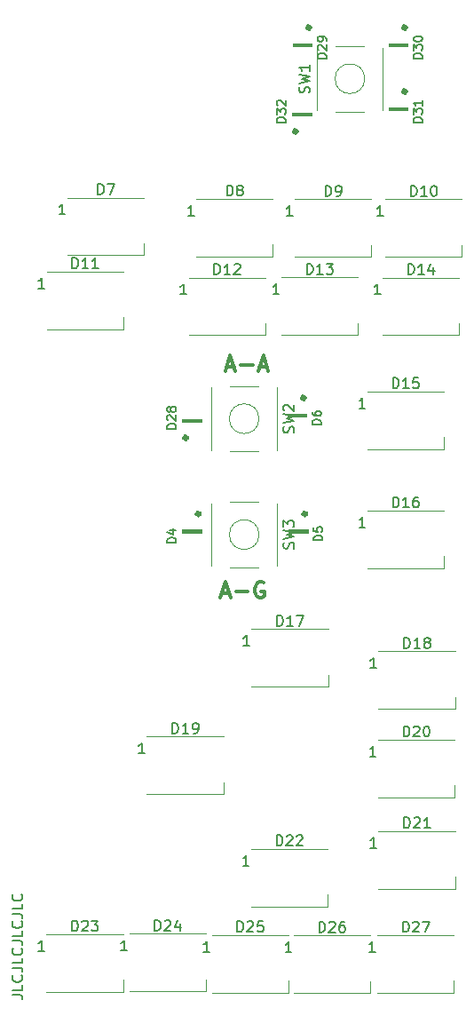
<source format=gbr>
G04 #@! TF.GenerationSoftware,KiCad,Pcbnew,(5.1.12-1-10_14)*
G04 #@! TF.CreationDate,2021-11-28T12:56:29+11:00*
G04 #@! TF.ProjectId,MasterModePushbuttonV2,4d617374-6572-44d6-9f64-655075736862,rev?*
G04 #@! TF.SameCoordinates,Original*
G04 #@! TF.FileFunction,Legend,Top*
G04 #@! TF.FilePolarity,Positive*
%FSLAX46Y46*%
G04 Gerber Fmt 4.6, Leading zero omitted, Abs format (unit mm)*
G04 Created by KiCad (PCBNEW (5.1.12-1-10_14)) date 2021-11-28 12:56:29*
%MOMM*%
%LPD*%
G01*
G04 APERTURE LIST*
%ADD10C,0.150000*%
%ADD11C,0.300000*%
%ADD12C,0.500000*%
%ADD13C,0.100000*%
%ADD14C,0.120000*%
G04 APERTURE END LIST*
D10*
X199062860Y-151244527D02*
X199777146Y-151244527D01*
X199920003Y-151292146D01*
X200015241Y-151387384D01*
X200062860Y-151530241D01*
X200062860Y-151625480D01*
X200062860Y-150292146D02*
X200062860Y-150768337D01*
X199062860Y-150768337D01*
X199967622Y-149387384D02*
X200015241Y-149435003D01*
X200062860Y-149577860D01*
X200062860Y-149673099D01*
X200015241Y-149815956D01*
X199920003Y-149911194D01*
X199824765Y-149958813D01*
X199634289Y-150006432D01*
X199491432Y-150006432D01*
X199300956Y-149958813D01*
X199205718Y-149911194D01*
X199110480Y-149815956D01*
X199062860Y-149673099D01*
X199062860Y-149577860D01*
X199110480Y-149435003D01*
X199158099Y-149387384D01*
X199062860Y-148673099D02*
X199777146Y-148673099D01*
X199920003Y-148720718D01*
X200015241Y-148815956D01*
X200062860Y-148958813D01*
X200062860Y-149054051D01*
X200062860Y-147720718D02*
X200062860Y-148196908D01*
X199062860Y-148196908D01*
X199967622Y-146815956D02*
X200015241Y-146863575D01*
X200062860Y-147006432D01*
X200062860Y-147101670D01*
X200015241Y-147244527D01*
X199920003Y-147339765D01*
X199824765Y-147387384D01*
X199634289Y-147435003D01*
X199491432Y-147435003D01*
X199300956Y-147387384D01*
X199205718Y-147339765D01*
X199110480Y-147244527D01*
X199062860Y-147101670D01*
X199062860Y-147006432D01*
X199110480Y-146863575D01*
X199158099Y-146815956D01*
X199062860Y-146101670D02*
X199777146Y-146101670D01*
X199920003Y-146149289D01*
X200015241Y-146244527D01*
X200062860Y-146387384D01*
X200062860Y-146482622D01*
X200062860Y-145149289D02*
X200062860Y-145625480D01*
X199062860Y-145625480D01*
X199967622Y-144244527D02*
X200015241Y-144292146D01*
X200062860Y-144435003D01*
X200062860Y-144530241D01*
X200015241Y-144673099D01*
X199920003Y-144768337D01*
X199824765Y-144815956D01*
X199634289Y-144863575D01*
X199491432Y-144863575D01*
X199300956Y-144815956D01*
X199205718Y-144768337D01*
X199110480Y-144673099D01*
X199062860Y-144530241D01*
X199062860Y-144435003D01*
X199110480Y-144292146D01*
X199158099Y-144244527D01*
X199062860Y-143530241D02*
X199777146Y-143530241D01*
X199920003Y-143577860D01*
X200015241Y-143673099D01*
X200062860Y-143815956D01*
X200062860Y-143911194D01*
X200062860Y-142577860D02*
X200062860Y-143054051D01*
X199062860Y-143054051D01*
X199967622Y-141673099D02*
X200015241Y-141720718D01*
X200062860Y-141863575D01*
X200062860Y-141958813D01*
X200015241Y-142101670D01*
X199920003Y-142196908D01*
X199824765Y-142244527D01*
X199634289Y-142292146D01*
X199491432Y-142292146D01*
X199300956Y-142244527D01*
X199205718Y-142196908D01*
X199110480Y-142101670D01*
X199062860Y-141958813D01*
X199062860Y-141863575D01*
X199110480Y-141720718D01*
X199158099Y-141673099D01*
D11*
X219059165Y-112969580D02*
X219773451Y-112969580D01*
X218916308Y-113398151D02*
X219416308Y-111898151D01*
X219916308Y-113398151D01*
X220416308Y-112826722D02*
X221559165Y-112826722D01*
X223059165Y-111969580D02*
X222916308Y-111898151D01*
X222702022Y-111898151D01*
X222487737Y-111969580D01*
X222344880Y-112112437D01*
X222273451Y-112255294D01*
X222202022Y-112541008D01*
X222202022Y-112755294D01*
X222273451Y-113041008D01*
X222344880Y-113183865D01*
X222487737Y-113326722D01*
X222702022Y-113398151D01*
X222844880Y-113398151D01*
X223059165Y-113326722D01*
X223130594Y-113255294D01*
X223130594Y-112755294D01*
X222844880Y-112755294D01*
X219519108Y-91351480D02*
X220233394Y-91351480D01*
X219376251Y-91780051D02*
X219876251Y-90280051D01*
X220376251Y-91780051D01*
X220876251Y-91208622D02*
X222019108Y-91208622D01*
X222661965Y-91351480D02*
X223376251Y-91351480D01*
X222519108Y-91780051D02*
X223019108Y-90280051D01*
X223519108Y-91780051D01*
D12*
X226942380Y-94344580D02*
G75*
G03*
X226942380Y-94344580I-100000J0D01*
G01*
D13*
G36*
X227142380Y-95844580D02*
G01*
X227142380Y-96144580D01*
X225342380Y-96144580D01*
X225342380Y-95844580D01*
X227142380Y-95844580D01*
G37*
X227142380Y-95844580D02*
X227142380Y-96144580D01*
X225342380Y-96144580D01*
X225342380Y-95844580D01*
X227142380Y-95844580D01*
D12*
X227069380Y-105393580D02*
G75*
G03*
X227069380Y-105393580I-100000J0D01*
G01*
D13*
G36*
X227269380Y-106893580D02*
G01*
X227269380Y-107193580D01*
X225469380Y-107193580D01*
X225469380Y-106893580D01*
X227269380Y-106893580D01*
G37*
X227269380Y-106893580D02*
X227269380Y-107193580D01*
X225469380Y-107193580D01*
X225469380Y-106893580D01*
X227269380Y-106893580D01*
D12*
X216909380Y-105393580D02*
G75*
G03*
X216909380Y-105393580I-100000J0D01*
G01*
D13*
G36*
X217109380Y-106893580D02*
G01*
X217109380Y-107193580D01*
X215309380Y-107193580D01*
X215309380Y-106893580D01*
X217109380Y-106893580D01*
G37*
X217109380Y-106893580D02*
X217109380Y-107193580D01*
X215309380Y-107193580D01*
X215309380Y-106893580D01*
X217109380Y-106893580D01*
D12*
X226186880Y-68934580D02*
G75*
G03*
X226186880Y-68934580I-100000J0D01*
G01*
D13*
G36*
X225786880Y-67434580D02*
G01*
X225786880Y-67134580D01*
X227586880Y-67134580D01*
X227586880Y-67434580D01*
X225786880Y-67434580D01*
G37*
X225786880Y-67434580D02*
X225786880Y-67134580D01*
X227586880Y-67134580D01*
X227586880Y-67434580D01*
X225786880Y-67434580D01*
D12*
X236594380Y-65134580D02*
G75*
G03*
X236594380Y-65134580I-100000J0D01*
G01*
D13*
G36*
X236794380Y-66634580D02*
G01*
X236794380Y-66934580D01*
X234994380Y-66934580D01*
X234994380Y-66634580D01*
X236794380Y-66634580D01*
G37*
X236794380Y-66634580D02*
X236794380Y-66934580D01*
X234994380Y-66934580D01*
X234994380Y-66634580D01*
X236794380Y-66634580D01*
D12*
X236594380Y-59038580D02*
G75*
G03*
X236594380Y-59038580I-100000J0D01*
G01*
D13*
G36*
X236794380Y-60538580D02*
G01*
X236794380Y-60838580D01*
X234994380Y-60838580D01*
X234994380Y-60538580D01*
X236794380Y-60538580D01*
G37*
X236794380Y-60538580D02*
X236794380Y-60838580D01*
X234994380Y-60838580D01*
X234994380Y-60538580D01*
X236794380Y-60538580D01*
D12*
X227450380Y-59038580D02*
G75*
G03*
X227450380Y-59038580I-100000J0D01*
G01*
D13*
G36*
X227650380Y-60538580D02*
G01*
X227650380Y-60838580D01*
X225850380Y-60838580D01*
X225850380Y-60538580D01*
X227650380Y-60538580D01*
G37*
X227650380Y-60538580D02*
X227650380Y-60838580D01*
X225850380Y-60838580D01*
X225850380Y-60538580D01*
X227650380Y-60538580D01*
D12*
X215709380Y-98144580D02*
G75*
G03*
X215709380Y-98144580I-100000J0D01*
G01*
D13*
G36*
X215309380Y-96644580D02*
G01*
X215309380Y-96344580D01*
X217109380Y-96344580D01*
X217109380Y-96644580D01*
X215309380Y-96644580D01*
G37*
X215309380Y-96644580D02*
X215309380Y-96344580D01*
X217109380Y-96344580D01*
X217109380Y-96644580D01*
X215309380Y-96644580D01*
D14*
X222612594Y-107368580D02*
G75*
G03*
X222612594Y-107368580I-1414214J0D01*
G01*
X218078380Y-104398580D02*
X218078380Y-110338580D01*
X224318380Y-104398580D02*
X224318380Y-110338580D01*
X219858380Y-104248580D02*
X222538380Y-104248580D01*
X222538380Y-110488580D02*
X219858380Y-110488580D01*
X222612594Y-96319580D02*
G75*
G03*
X222612594Y-96319580I-1414214J0D01*
G01*
X218078380Y-93349580D02*
X218078380Y-99289580D01*
X224318380Y-93349580D02*
X224318380Y-99289580D01*
X219858380Y-93199580D02*
X222538380Y-93199580D01*
X222538380Y-99439580D02*
X219858380Y-99439580D01*
X232700594Y-63911580D02*
G75*
G03*
X232700594Y-63911580I-1414214J0D01*
G01*
X234406380Y-66881580D02*
X234406380Y-60941580D01*
X228166380Y-66881580D02*
X228166380Y-60941580D01*
X232626380Y-67031580D02*
X229946380Y-67031580D01*
X229946380Y-60791580D02*
X232626380Y-60791580D01*
X241208000Y-151052000D02*
X241208000Y-149902000D01*
X233908000Y-151052000D02*
X241208000Y-151052000D01*
X233908000Y-145552000D02*
X241208000Y-145552000D01*
X233221000Y-151077000D02*
X233221000Y-149927000D01*
X225921000Y-151077000D02*
X233221000Y-151077000D01*
X225921000Y-145577000D02*
X233221000Y-145577000D01*
X225421000Y-151026000D02*
X225421000Y-149876000D01*
X218121000Y-151026000D02*
X225421000Y-151026000D01*
X218121000Y-145526000D02*
X225421000Y-145526000D01*
X217547000Y-150925000D02*
X217547000Y-149775000D01*
X210247000Y-150925000D02*
X217547000Y-150925000D01*
X210247000Y-145425000D02*
X217547000Y-145425000D01*
X209650000Y-150975000D02*
X209650000Y-149825000D01*
X202350000Y-150975000D02*
X209650000Y-150975000D01*
X202350000Y-145475000D02*
X209650000Y-145475000D01*
X229168000Y-142822000D02*
X229168000Y-141672000D01*
X221868000Y-142822000D02*
X229168000Y-142822000D01*
X221868000Y-137322000D02*
X229168000Y-137322000D01*
X241321000Y-141120000D02*
X241321000Y-139970000D01*
X234021000Y-141120000D02*
X241321000Y-141120000D01*
X234021000Y-135620000D02*
X241321000Y-135620000D01*
X241270000Y-132433000D02*
X241270000Y-131283000D01*
X233970000Y-132433000D02*
X241270000Y-132433000D01*
X233970000Y-126933000D02*
X241270000Y-126933000D01*
X219223000Y-132129000D02*
X219223000Y-130979000D01*
X211923000Y-132129000D02*
X219223000Y-132129000D01*
X211923000Y-126629000D02*
X219223000Y-126629000D01*
X241321000Y-124001000D02*
X241321000Y-122851000D01*
X234021000Y-124001000D02*
X241321000Y-124001000D01*
X234021000Y-118501000D02*
X241321000Y-118501000D01*
X229208000Y-121867000D02*
X229208000Y-120717000D01*
X221908000Y-121867000D02*
X229208000Y-121867000D01*
X221908000Y-116367000D02*
X229208000Y-116367000D01*
X240254000Y-110589000D02*
X240254000Y-109439000D01*
X232954000Y-110589000D02*
X240254000Y-110589000D01*
X232954000Y-105089000D02*
X240254000Y-105089000D01*
X240254000Y-99210300D02*
X240254000Y-98060300D01*
X232954000Y-99210300D02*
X240254000Y-99210300D01*
X232954000Y-93710300D02*
X240254000Y-93710300D01*
X241716000Y-88364700D02*
X241716000Y-87214700D01*
X234416000Y-88364700D02*
X241716000Y-88364700D01*
X234416000Y-82864700D02*
X241716000Y-82864700D01*
X232052000Y-88339100D02*
X232052000Y-87189100D01*
X224752000Y-88339100D02*
X232052000Y-88339100D01*
X224752000Y-82839100D02*
X232052000Y-82839100D01*
X223213000Y-88364700D02*
X223213000Y-87214700D01*
X215913000Y-88364700D02*
X223213000Y-88364700D01*
X215913000Y-82864700D02*
X223213000Y-82864700D01*
X209673000Y-87780300D02*
X209673000Y-86630300D01*
X202373000Y-87780300D02*
X209673000Y-87780300D01*
X202373000Y-82280300D02*
X209673000Y-82280300D01*
X241970000Y-80897100D02*
X241970000Y-79747100D01*
X234670000Y-80897100D02*
X241970000Y-80897100D01*
X234670000Y-75397100D02*
X241970000Y-75397100D01*
X233334000Y-80897100D02*
X233334000Y-79747100D01*
X226034000Y-80897100D02*
X233334000Y-80897100D01*
X226034000Y-75397100D02*
X233334000Y-75397100D01*
X223936000Y-80871500D02*
X223936000Y-79721500D01*
X216636000Y-80871500D02*
X223936000Y-80871500D01*
X216636000Y-75371500D02*
X223936000Y-75371500D01*
X211642000Y-80744700D02*
X211642000Y-79594700D01*
X204342000Y-80744700D02*
X211642000Y-80744700D01*
X204342000Y-75244700D02*
X211642000Y-75244700D01*
D10*
X228531903Y-96871960D02*
X227681903Y-96871960D01*
X227681903Y-96669580D01*
X227722380Y-96548151D01*
X227803332Y-96467199D01*
X227884284Y-96426722D01*
X228046189Y-96386246D01*
X228167618Y-96386246D01*
X228329522Y-96426722D01*
X228410475Y-96467199D01*
X228491427Y-96548151D01*
X228531903Y-96669580D01*
X228531903Y-96871960D01*
X227681903Y-95657675D02*
X227681903Y-95819580D01*
X227722380Y-95900532D01*
X227762856Y-95941008D01*
X227884284Y-96021960D01*
X228046189Y-96062437D01*
X228369999Y-96062437D01*
X228450951Y-96021960D01*
X228491427Y-95981484D01*
X228531903Y-95900532D01*
X228531903Y-95738627D01*
X228491427Y-95657675D01*
X228450951Y-95617199D01*
X228369999Y-95576722D01*
X228167618Y-95576722D01*
X228086665Y-95617199D01*
X228046189Y-95657675D01*
X228005713Y-95738627D01*
X228005713Y-95900532D01*
X228046189Y-95981484D01*
X228086665Y-96021960D01*
X228167618Y-96062437D01*
X228658903Y-107920960D02*
X227808903Y-107920960D01*
X227808903Y-107718580D01*
X227849380Y-107597151D01*
X227930332Y-107516199D01*
X228011284Y-107475722D01*
X228173189Y-107435246D01*
X228294618Y-107435246D01*
X228456522Y-107475722D01*
X228537475Y-107516199D01*
X228618427Y-107597151D01*
X228658903Y-107718580D01*
X228658903Y-107920960D01*
X227808903Y-106666199D02*
X227808903Y-107070960D01*
X228213665Y-107111437D01*
X228173189Y-107070960D01*
X228132713Y-106990008D01*
X228132713Y-106787627D01*
X228173189Y-106706675D01*
X228213665Y-106666199D01*
X228294618Y-106625722D01*
X228496999Y-106625722D01*
X228577951Y-106666199D01*
X228618427Y-106706675D01*
X228658903Y-106787627D01*
X228658903Y-106990008D01*
X228618427Y-107070960D01*
X228577951Y-107111437D01*
X214688903Y-108156960D02*
X213838903Y-108156960D01*
X213838903Y-107954580D01*
X213879380Y-107833151D01*
X213960332Y-107752199D01*
X214041284Y-107711722D01*
X214203189Y-107671246D01*
X214324618Y-107671246D01*
X214486522Y-107711722D01*
X214567475Y-107752199D01*
X214648427Y-107833151D01*
X214688903Y-107954580D01*
X214688903Y-108156960D01*
X214122237Y-106942675D02*
X214688903Y-106942675D01*
X213798427Y-107145056D02*
X214405570Y-107347437D01*
X214405570Y-106821246D01*
X225166403Y-68066722D02*
X224316403Y-68066722D01*
X224316403Y-67864341D01*
X224356880Y-67742913D01*
X224437832Y-67661960D01*
X224518784Y-67621484D01*
X224680689Y-67581008D01*
X224802118Y-67581008D01*
X224964022Y-67621484D01*
X225044975Y-67661960D01*
X225125927Y-67742913D01*
X225166403Y-67864341D01*
X225166403Y-68066722D01*
X224316403Y-67297675D02*
X224316403Y-66771484D01*
X224640213Y-67054818D01*
X224640213Y-66933389D01*
X224680689Y-66852437D01*
X224721165Y-66811960D01*
X224802118Y-66771484D01*
X225004499Y-66771484D01*
X225085451Y-66811960D01*
X225125927Y-66852437D01*
X225166403Y-66933389D01*
X225166403Y-67176246D01*
X225125927Y-67257199D01*
X225085451Y-67297675D01*
X224397356Y-66447675D02*
X224356880Y-66407199D01*
X224316403Y-66326246D01*
X224316403Y-66123865D01*
X224356880Y-66042913D01*
X224397356Y-66002437D01*
X224478308Y-65961960D01*
X224559260Y-65961960D01*
X224680689Y-66002437D01*
X225166403Y-66488151D01*
X225166403Y-65961960D01*
X238183903Y-68066722D02*
X237333903Y-68066722D01*
X237333903Y-67864341D01*
X237374380Y-67742913D01*
X237455332Y-67661960D01*
X237536284Y-67621484D01*
X237698189Y-67581008D01*
X237819618Y-67581008D01*
X237981522Y-67621484D01*
X238062475Y-67661960D01*
X238143427Y-67742913D01*
X238183903Y-67864341D01*
X238183903Y-68066722D01*
X237333903Y-67297675D02*
X237333903Y-66771484D01*
X237657713Y-67054818D01*
X237657713Y-66933389D01*
X237698189Y-66852437D01*
X237738665Y-66811960D01*
X237819618Y-66771484D01*
X238021999Y-66771484D01*
X238102951Y-66811960D01*
X238143427Y-66852437D01*
X238183903Y-66933389D01*
X238183903Y-67176246D01*
X238143427Y-67257199D01*
X238102951Y-67297675D01*
X238183903Y-65961960D02*
X238183903Y-66447675D01*
X238183903Y-66204818D02*
X237333903Y-66204818D01*
X237455332Y-66285770D01*
X237536284Y-66366722D01*
X237576760Y-66447675D01*
X238183903Y-61970722D02*
X237333903Y-61970722D01*
X237333903Y-61768341D01*
X237374380Y-61646913D01*
X237455332Y-61565960D01*
X237536284Y-61525484D01*
X237698189Y-61485008D01*
X237819618Y-61485008D01*
X237981522Y-61525484D01*
X238062475Y-61565960D01*
X238143427Y-61646913D01*
X238183903Y-61768341D01*
X238183903Y-61970722D01*
X237333903Y-61201675D02*
X237333903Y-60675484D01*
X237657713Y-60958818D01*
X237657713Y-60837389D01*
X237698189Y-60756437D01*
X237738665Y-60715960D01*
X237819618Y-60675484D01*
X238021999Y-60675484D01*
X238102951Y-60715960D01*
X238143427Y-60756437D01*
X238183903Y-60837389D01*
X238183903Y-61080246D01*
X238143427Y-61161199D01*
X238102951Y-61201675D01*
X237333903Y-60149294D02*
X237333903Y-60068341D01*
X237374380Y-59987389D01*
X237414856Y-59946913D01*
X237495808Y-59906437D01*
X237657713Y-59865960D01*
X237860094Y-59865960D01*
X238021999Y-59906437D01*
X238102951Y-59946913D01*
X238143427Y-59987389D01*
X238183903Y-60068341D01*
X238183903Y-60149294D01*
X238143427Y-60230246D01*
X238102951Y-60270722D01*
X238021999Y-60311199D01*
X237860094Y-60351675D01*
X237657713Y-60351675D01*
X237495808Y-60311199D01*
X237414856Y-60270722D01*
X237374380Y-60230246D01*
X237333903Y-60149294D01*
X229039903Y-61970722D02*
X228189903Y-61970722D01*
X228189903Y-61768341D01*
X228230380Y-61646913D01*
X228311332Y-61565960D01*
X228392284Y-61525484D01*
X228554189Y-61485008D01*
X228675618Y-61485008D01*
X228837522Y-61525484D01*
X228918475Y-61565960D01*
X228999427Y-61646913D01*
X229039903Y-61768341D01*
X229039903Y-61970722D01*
X228270856Y-61161199D02*
X228230380Y-61120722D01*
X228189903Y-61039770D01*
X228189903Y-60837389D01*
X228230380Y-60756437D01*
X228270856Y-60715960D01*
X228351808Y-60675484D01*
X228432760Y-60675484D01*
X228554189Y-60715960D01*
X229039903Y-61201675D01*
X229039903Y-60675484D01*
X229039903Y-60270722D02*
X229039903Y-60108818D01*
X228999427Y-60027865D01*
X228958951Y-59987389D01*
X228837522Y-59906437D01*
X228675618Y-59865960D01*
X228351808Y-59865960D01*
X228270856Y-59906437D01*
X228230380Y-59946913D01*
X228189903Y-60027865D01*
X228189903Y-60189770D01*
X228230380Y-60270722D01*
X228270856Y-60311199D01*
X228351808Y-60351675D01*
X228554189Y-60351675D01*
X228635141Y-60311199D01*
X228675618Y-60270722D01*
X228716094Y-60189770D01*
X228716094Y-60027865D01*
X228675618Y-59946913D01*
X228635141Y-59906437D01*
X228554189Y-59865960D01*
X214688903Y-97276722D02*
X213838903Y-97276722D01*
X213838903Y-97074341D01*
X213879380Y-96952913D01*
X213960332Y-96871960D01*
X214041284Y-96831484D01*
X214203189Y-96791008D01*
X214324618Y-96791008D01*
X214486522Y-96831484D01*
X214567475Y-96871960D01*
X214648427Y-96952913D01*
X214688903Y-97074341D01*
X214688903Y-97276722D01*
X213919856Y-96467199D02*
X213879380Y-96426722D01*
X213838903Y-96345770D01*
X213838903Y-96143389D01*
X213879380Y-96062437D01*
X213919856Y-96021960D01*
X214000808Y-95981484D01*
X214081760Y-95981484D01*
X214203189Y-96021960D01*
X214688903Y-96507675D01*
X214688903Y-95981484D01*
X214203189Y-95495770D02*
X214162713Y-95576722D01*
X214122237Y-95617199D01*
X214041284Y-95657675D01*
X214000808Y-95657675D01*
X213919856Y-95617199D01*
X213879380Y-95576722D01*
X213838903Y-95495770D01*
X213838903Y-95333865D01*
X213879380Y-95252913D01*
X213919856Y-95212437D01*
X214000808Y-95171960D01*
X214041284Y-95171960D01*
X214122237Y-95212437D01*
X214162713Y-95252913D01*
X214203189Y-95333865D01*
X214203189Y-95495770D01*
X214243665Y-95576722D01*
X214284141Y-95617199D01*
X214365094Y-95657675D01*
X214526999Y-95657675D01*
X214607951Y-95617199D01*
X214648427Y-95576722D01*
X214688903Y-95495770D01*
X214688903Y-95333865D01*
X214648427Y-95252913D01*
X214607951Y-95212437D01*
X214526999Y-95171960D01*
X214365094Y-95171960D01*
X214284141Y-95212437D01*
X214243665Y-95252913D01*
X214203189Y-95333865D01*
X225903141Y-108701913D02*
X225950760Y-108559056D01*
X225950760Y-108320960D01*
X225903141Y-108225722D01*
X225855522Y-108178103D01*
X225760284Y-108130484D01*
X225665046Y-108130484D01*
X225569808Y-108178103D01*
X225522189Y-108225722D01*
X225474570Y-108320960D01*
X225426951Y-108511437D01*
X225379332Y-108606675D01*
X225331713Y-108654294D01*
X225236475Y-108701913D01*
X225141237Y-108701913D01*
X225045999Y-108654294D01*
X224998380Y-108606675D01*
X224950760Y-108511437D01*
X224950760Y-108273341D01*
X224998380Y-108130484D01*
X224950760Y-107797151D02*
X225950760Y-107559056D01*
X225236475Y-107368580D01*
X225950760Y-107178103D01*
X224950760Y-106940008D01*
X224950760Y-106654294D02*
X224950760Y-106035246D01*
X225331713Y-106368580D01*
X225331713Y-106225722D01*
X225379332Y-106130484D01*
X225426951Y-106082865D01*
X225522189Y-106035246D01*
X225760284Y-106035246D01*
X225855522Y-106082865D01*
X225903141Y-106130484D01*
X225950760Y-106225722D01*
X225950760Y-106511437D01*
X225903141Y-106606675D01*
X225855522Y-106654294D01*
X225903141Y-97652913D02*
X225950760Y-97510056D01*
X225950760Y-97271960D01*
X225903141Y-97176722D01*
X225855522Y-97129103D01*
X225760284Y-97081484D01*
X225665046Y-97081484D01*
X225569808Y-97129103D01*
X225522189Y-97176722D01*
X225474570Y-97271960D01*
X225426951Y-97462437D01*
X225379332Y-97557675D01*
X225331713Y-97605294D01*
X225236475Y-97652913D01*
X225141237Y-97652913D01*
X225045999Y-97605294D01*
X224998380Y-97557675D01*
X224950760Y-97462437D01*
X224950760Y-97224341D01*
X224998380Y-97081484D01*
X224950760Y-96748151D02*
X225950760Y-96510056D01*
X225236475Y-96319580D01*
X225950760Y-96129103D01*
X224950760Y-95891008D01*
X225045999Y-95557675D02*
X224998380Y-95510056D01*
X224950760Y-95414818D01*
X224950760Y-95176722D01*
X224998380Y-95081484D01*
X225045999Y-95033865D01*
X225141237Y-94986246D01*
X225236475Y-94986246D01*
X225379332Y-95033865D01*
X225950760Y-95605294D01*
X225950760Y-94986246D01*
X227391141Y-65244913D02*
X227438760Y-65102056D01*
X227438760Y-64863960D01*
X227391141Y-64768722D01*
X227343522Y-64721103D01*
X227248284Y-64673484D01*
X227153046Y-64673484D01*
X227057808Y-64721103D01*
X227010189Y-64768722D01*
X226962570Y-64863960D01*
X226914951Y-65054437D01*
X226867332Y-65149675D01*
X226819713Y-65197294D01*
X226724475Y-65244913D01*
X226629237Y-65244913D01*
X226533999Y-65197294D01*
X226486380Y-65149675D01*
X226438760Y-65054437D01*
X226438760Y-64816341D01*
X226486380Y-64673484D01*
X226438760Y-64340151D02*
X227438760Y-64102056D01*
X226724475Y-63911580D01*
X227438760Y-63721103D01*
X226438760Y-63483008D01*
X227438760Y-62578246D02*
X227438760Y-63149675D01*
X227438760Y-62863960D02*
X226438760Y-62863960D01*
X226581618Y-62959199D01*
X226676856Y-63054437D01*
X226724475Y-63149675D01*
X236343714Y-145254380D02*
X236343714Y-144254380D01*
X236581809Y-144254380D01*
X236724666Y-144302000D01*
X236819904Y-144397238D01*
X236867523Y-144492476D01*
X236915142Y-144682952D01*
X236915142Y-144825809D01*
X236867523Y-145016285D01*
X236819904Y-145111523D01*
X236724666Y-145206761D01*
X236581809Y-145254380D01*
X236343714Y-145254380D01*
X237296095Y-144349619D02*
X237343714Y-144302000D01*
X237438952Y-144254380D01*
X237677047Y-144254380D01*
X237772285Y-144302000D01*
X237819904Y-144349619D01*
X237867523Y-144444857D01*
X237867523Y-144540095D01*
X237819904Y-144682952D01*
X237248476Y-145254380D01*
X237867523Y-145254380D01*
X238200857Y-144254380D02*
X238867523Y-144254380D01*
X238438952Y-145254380D01*
X233693714Y-147154380D02*
X233122285Y-147154380D01*
X233408000Y-147154380D02*
X233408000Y-146154380D01*
X233312761Y-146297238D01*
X233217523Y-146392476D01*
X233122285Y-146440095D01*
X228356714Y-145279380D02*
X228356714Y-144279380D01*
X228594809Y-144279380D01*
X228737666Y-144327000D01*
X228832904Y-144422238D01*
X228880523Y-144517476D01*
X228928142Y-144707952D01*
X228928142Y-144850809D01*
X228880523Y-145041285D01*
X228832904Y-145136523D01*
X228737666Y-145231761D01*
X228594809Y-145279380D01*
X228356714Y-145279380D01*
X229309095Y-144374619D02*
X229356714Y-144327000D01*
X229451952Y-144279380D01*
X229690047Y-144279380D01*
X229785285Y-144327000D01*
X229832904Y-144374619D01*
X229880523Y-144469857D01*
X229880523Y-144565095D01*
X229832904Y-144707952D01*
X229261476Y-145279380D01*
X229880523Y-145279380D01*
X230737666Y-144279380D02*
X230547190Y-144279380D01*
X230451952Y-144327000D01*
X230404333Y-144374619D01*
X230309095Y-144517476D01*
X230261476Y-144707952D01*
X230261476Y-145088904D01*
X230309095Y-145184142D01*
X230356714Y-145231761D01*
X230451952Y-145279380D01*
X230642428Y-145279380D01*
X230737666Y-145231761D01*
X230785285Y-145184142D01*
X230832904Y-145088904D01*
X230832904Y-144850809D01*
X230785285Y-144755571D01*
X230737666Y-144707952D01*
X230642428Y-144660333D01*
X230451952Y-144660333D01*
X230356714Y-144707952D01*
X230309095Y-144755571D01*
X230261476Y-144850809D01*
X225706714Y-147179380D02*
X225135285Y-147179380D01*
X225421000Y-147179380D02*
X225421000Y-146179380D01*
X225325761Y-146322238D01*
X225230523Y-146417476D01*
X225135285Y-146465095D01*
X220556714Y-145228380D02*
X220556714Y-144228380D01*
X220794809Y-144228380D01*
X220937666Y-144276000D01*
X221032904Y-144371238D01*
X221080523Y-144466476D01*
X221128142Y-144656952D01*
X221128142Y-144799809D01*
X221080523Y-144990285D01*
X221032904Y-145085523D01*
X220937666Y-145180761D01*
X220794809Y-145228380D01*
X220556714Y-145228380D01*
X221509095Y-144323619D02*
X221556714Y-144276000D01*
X221651952Y-144228380D01*
X221890047Y-144228380D01*
X221985285Y-144276000D01*
X222032904Y-144323619D01*
X222080523Y-144418857D01*
X222080523Y-144514095D01*
X222032904Y-144656952D01*
X221461476Y-145228380D01*
X222080523Y-145228380D01*
X222985285Y-144228380D02*
X222509095Y-144228380D01*
X222461476Y-144704571D01*
X222509095Y-144656952D01*
X222604333Y-144609333D01*
X222842428Y-144609333D01*
X222937666Y-144656952D01*
X222985285Y-144704571D01*
X223032904Y-144799809D01*
X223032904Y-145037904D01*
X222985285Y-145133142D01*
X222937666Y-145180761D01*
X222842428Y-145228380D01*
X222604333Y-145228380D01*
X222509095Y-145180761D01*
X222461476Y-145133142D01*
X217906714Y-147128380D02*
X217335285Y-147128380D01*
X217621000Y-147128380D02*
X217621000Y-146128380D01*
X217525761Y-146271238D01*
X217430523Y-146366476D01*
X217335285Y-146414095D01*
X212682714Y-145127380D02*
X212682714Y-144127380D01*
X212920809Y-144127380D01*
X213063666Y-144175000D01*
X213158904Y-144270238D01*
X213206523Y-144365476D01*
X213254142Y-144555952D01*
X213254142Y-144698809D01*
X213206523Y-144889285D01*
X213158904Y-144984523D01*
X213063666Y-145079761D01*
X212920809Y-145127380D01*
X212682714Y-145127380D01*
X213635095Y-144222619D02*
X213682714Y-144175000D01*
X213777952Y-144127380D01*
X214016047Y-144127380D01*
X214111285Y-144175000D01*
X214158904Y-144222619D01*
X214206523Y-144317857D01*
X214206523Y-144413095D01*
X214158904Y-144555952D01*
X213587476Y-145127380D01*
X214206523Y-145127380D01*
X215063666Y-144460714D02*
X215063666Y-145127380D01*
X214825571Y-144079761D02*
X214587476Y-144794047D01*
X215206523Y-144794047D01*
X210032714Y-147027380D02*
X209461285Y-147027380D01*
X209747000Y-147027380D02*
X209747000Y-146027380D01*
X209651761Y-146170238D01*
X209556523Y-146265476D01*
X209461285Y-146313095D01*
X204785714Y-145177380D02*
X204785714Y-144177380D01*
X205023809Y-144177380D01*
X205166666Y-144225000D01*
X205261904Y-144320238D01*
X205309523Y-144415476D01*
X205357142Y-144605952D01*
X205357142Y-144748809D01*
X205309523Y-144939285D01*
X205261904Y-145034523D01*
X205166666Y-145129761D01*
X205023809Y-145177380D01*
X204785714Y-145177380D01*
X205738095Y-144272619D02*
X205785714Y-144225000D01*
X205880952Y-144177380D01*
X206119047Y-144177380D01*
X206214285Y-144225000D01*
X206261904Y-144272619D01*
X206309523Y-144367857D01*
X206309523Y-144463095D01*
X206261904Y-144605952D01*
X205690476Y-145177380D01*
X206309523Y-145177380D01*
X206642857Y-144177380D02*
X207261904Y-144177380D01*
X206928571Y-144558333D01*
X207071428Y-144558333D01*
X207166666Y-144605952D01*
X207214285Y-144653571D01*
X207261904Y-144748809D01*
X207261904Y-144986904D01*
X207214285Y-145082142D01*
X207166666Y-145129761D01*
X207071428Y-145177380D01*
X206785714Y-145177380D01*
X206690476Y-145129761D01*
X206642857Y-145082142D01*
X202135714Y-147077380D02*
X201564285Y-147077380D01*
X201850000Y-147077380D02*
X201850000Y-146077380D01*
X201754761Y-146220238D01*
X201659523Y-146315476D01*
X201564285Y-146363095D01*
X224303714Y-137024380D02*
X224303714Y-136024380D01*
X224541809Y-136024380D01*
X224684666Y-136072000D01*
X224779904Y-136167238D01*
X224827523Y-136262476D01*
X224875142Y-136452952D01*
X224875142Y-136595809D01*
X224827523Y-136786285D01*
X224779904Y-136881523D01*
X224684666Y-136976761D01*
X224541809Y-137024380D01*
X224303714Y-137024380D01*
X225256095Y-136119619D02*
X225303714Y-136072000D01*
X225398952Y-136024380D01*
X225637047Y-136024380D01*
X225732285Y-136072000D01*
X225779904Y-136119619D01*
X225827523Y-136214857D01*
X225827523Y-136310095D01*
X225779904Y-136452952D01*
X225208476Y-137024380D01*
X225827523Y-137024380D01*
X226208476Y-136119619D02*
X226256095Y-136072000D01*
X226351333Y-136024380D01*
X226589428Y-136024380D01*
X226684666Y-136072000D01*
X226732285Y-136119619D01*
X226779904Y-136214857D01*
X226779904Y-136310095D01*
X226732285Y-136452952D01*
X226160857Y-137024380D01*
X226779904Y-137024380D01*
X221653714Y-138924380D02*
X221082285Y-138924380D01*
X221368000Y-138924380D02*
X221368000Y-137924380D01*
X221272761Y-138067238D01*
X221177523Y-138162476D01*
X221082285Y-138210095D01*
X236456714Y-135322380D02*
X236456714Y-134322380D01*
X236694809Y-134322380D01*
X236837666Y-134370000D01*
X236932904Y-134465238D01*
X236980523Y-134560476D01*
X237028142Y-134750952D01*
X237028142Y-134893809D01*
X236980523Y-135084285D01*
X236932904Y-135179523D01*
X236837666Y-135274761D01*
X236694809Y-135322380D01*
X236456714Y-135322380D01*
X237409095Y-134417619D02*
X237456714Y-134370000D01*
X237551952Y-134322380D01*
X237790047Y-134322380D01*
X237885285Y-134370000D01*
X237932904Y-134417619D01*
X237980523Y-134512857D01*
X237980523Y-134608095D01*
X237932904Y-134750952D01*
X237361476Y-135322380D01*
X237980523Y-135322380D01*
X238932904Y-135322380D02*
X238361476Y-135322380D01*
X238647190Y-135322380D02*
X238647190Y-134322380D01*
X238551952Y-134465238D01*
X238456714Y-134560476D01*
X238361476Y-134608095D01*
X233806714Y-137222380D02*
X233235285Y-137222380D01*
X233521000Y-137222380D02*
X233521000Y-136222380D01*
X233425761Y-136365238D01*
X233330523Y-136460476D01*
X233235285Y-136508095D01*
X236405714Y-126635380D02*
X236405714Y-125635380D01*
X236643809Y-125635380D01*
X236786666Y-125683000D01*
X236881904Y-125778238D01*
X236929523Y-125873476D01*
X236977142Y-126063952D01*
X236977142Y-126206809D01*
X236929523Y-126397285D01*
X236881904Y-126492523D01*
X236786666Y-126587761D01*
X236643809Y-126635380D01*
X236405714Y-126635380D01*
X237358095Y-125730619D02*
X237405714Y-125683000D01*
X237500952Y-125635380D01*
X237739047Y-125635380D01*
X237834285Y-125683000D01*
X237881904Y-125730619D01*
X237929523Y-125825857D01*
X237929523Y-125921095D01*
X237881904Y-126063952D01*
X237310476Y-126635380D01*
X237929523Y-126635380D01*
X238548571Y-125635380D02*
X238643809Y-125635380D01*
X238739047Y-125683000D01*
X238786666Y-125730619D01*
X238834285Y-125825857D01*
X238881904Y-126016333D01*
X238881904Y-126254428D01*
X238834285Y-126444904D01*
X238786666Y-126540142D01*
X238739047Y-126587761D01*
X238643809Y-126635380D01*
X238548571Y-126635380D01*
X238453333Y-126587761D01*
X238405714Y-126540142D01*
X238358095Y-126444904D01*
X238310476Y-126254428D01*
X238310476Y-126016333D01*
X238358095Y-125825857D01*
X238405714Y-125730619D01*
X238453333Y-125683000D01*
X238548571Y-125635380D01*
X233755714Y-128535380D02*
X233184285Y-128535380D01*
X233470000Y-128535380D02*
X233470000Y-127535380D01*
X233374761Y-127678238D01*
X233279523Y-127773476D01*
X233184285Y-127821095D01*
X214358714Y-126331380D02*
X214358714Y-125331380D01*
X214596809Y-125331380D01*
X214739666Y-125379000D01*
X214834904Y-125474238D01*
X214882523Y-125569476D01*
X214930142Y-125759952D01*
X214930142Y-125902809D01*
X214882523Y-126093285D01*
X214834904Y-126188523D01*
X214739666Y-126283761D01*
X214596809Y-126331380D01*
X214358714Y-126331380D01*
X215882523Y-126331380D02*
X215311095Y-126331380D01*
X215596809Y-126331380D02*
X215596809Y-125331380D01*
X215501571Y-125474238D01*
X215406333Y-125569476D01*
X215311095Y-125617095D01*
X216358714Y-126331380D02*
X216549190Y-126331380D01*
X216644428Y-126283761D01*
X216692047Y-126236142D01*
X216787285Y-126093285D01*
X216834904Y-125902809D01*
X216834904Y-125521857D01*
X216787285Y-125426619D01*
X216739666Y-125379000D01*
X216644428Y-125331380D01*
X216453952Y-125331380D01*
X216358714Y-125379000D01*
X216311095Y-125426619D01*
X216263476Y-125521857D01*
X216263476Y-125759952D01*
X216311095Y-125855190D01*
X216358714Y-125902809D01*
X216453952Y-125950428D01*
X216644428Y-125950428D01*
X216739666Y-125902809D01*
X216787285Y-125855190D01*
X216834904Y-125759952D01*
X211708714Y-128231380D02*
X211137285Y-128231380D01*
X211423000Y-128231380D02*
X211423000Y-127231380D01*
X211327761Y-127374238D01*
X211232523Y-127469476D01*
X211137285Y-127517095D01*
X236456714Y-118203380D02*
X236456714Y-117203380D01*
X236694809Y-117203380D01*
X236837666Y-117251000D01*
X236932904Y-117346238D01*
X236980523Y-117441476D01*
X237028142Y-117631952D01*
X237028142Y-117774809D01*
X236980523Y-117965285D01*
X236932904Y-118060523D01*
X236837666Y-118155761D01*
X236694809Y-118203380D01*
X236456714Y-118203380D01*
X237980523Y-118203380D02*
X237409095Y-118203380D01*
X237694809Y-118203380D02*
X237694809Y-117203380D01*
X237599571Y-117346238D01*
X237504333Y-117441476D01*
X237409095Y-117489095D01*
X238551952Y-117631952D02*
X238456714Y-117584333D01*
X238409095Y-117536714D01*
X238361476Y-117441476D01*
X238361476Y-117393857D01*
X238409095Y-117298619D01*
X238456714Y-117251000D01*
X238551952Y-117203380D01*
X238742428Y-117203380D01*
X238837666Y-117251000D01*
X238885285Y-117298619D01*
X238932904Y-117393857D01*
X238932904Y-117441476D01*
X238885285Y-117536714D01*
X238837666Y-117584333D01*
X238742428Y-117631952D01*
X238551952Y-117631952D01*
X238456714Y-117679571D01*
X238409095Y-117727190D01*
X238361476Y-117822428D01*
X238361476Y-118012904D01*
X238409095Y-118108142D01*
X238456714Y-118155761D01*
X238551952Y-118203380D01*
X238742428Y-118203380D01*
X238837666Y-118155761D01*
X238885285Y-118108142D01*
X238932904Y-118012904D01*
X238932904Y-117822428D01*
X238885285Y-117727190D01*
X238837666Y-117679571D01*
X238742428Y-117631952D01*
X233806714Y-120103380D02*
X233235285Y-120103380D01*
X233521000Y-120103380D02*
X233521000Y-119103380D01*
X233425761Y-119246238D01*
X233330523Y-119341476D01*
X233235285Y-119389095D01*
X224343714Y-116069380D02*
X224343714Y-115069380D01*
X224581809Y-115069380D01*
X224724666Y-115117000D01*
X224819904Y-115212238D01*
X224867523Y-115307476D01*
X224915142Y-115497952D01*
X224915142Y-115640809D01*
X224867523Y-115831285D01*
X224819904Y-115926523D01*
X224724666Y-116021761D01*
X224581809Y-116069380D01*
X224343714Y-116069380D01*
X225867523Y-116069380D02*
X225296095Y-116069380D01*
X225581809Y-116069380D02*
X225581809Y-115069380D01*
X225486571Y-115212238D01*
X225391333Y-115307476D01*
X225296095Y-115355095D01*
X226200857Y-115069380D02*
X226867523Y-115069380D01*
X226438952Y-116069380D01*
X221693714Y-117969380D02*
X221122285Y-117969380D01*
X221408000Y-117969380D02*
X221408000Y-116969380D01*
X221312761Y-117112238D01*
X221217523Y-117207476D01*
X221122285Y-117255095D01*
X235389714Y-104791380D02*
X235389714Y-103791380D01*
X235627809Y-103791380D01*
X235770666Y-103839000D01*
X235865904Y-103934238D01*
X235913523Y-104029476D01*
X235961142Y-104219952D01*
X235961142Y-104362809D01*
X235913523Y-104553285D01*
X235865904Y-104648523D01*
X235770666Y-104743761D01*
X235627809Y-104791380D01*
X235389714Y-104791380D01*
X236913523Y-104791380D02*
X236342095Y-104791380D01*
X236627809Y-104791380D02*
X236627809Y-103791380D01*
X236532571Y-103934238D01*
X236437333Y-104029476D01*
X236342095Y-104077095D01*
X237770666Y-103791380D02*
X237580190Y-103791380D01*
X237484952Y-103839000D01*
X237437333Y-103886619D01*
X237342095Y-104029476D01*
X237294476Y-104219952D01*
X237294476Y-104600904D01*
X237342095Y-104696142D01*
X237389714Y-104743761D01*
X237484952Y-104791380D01*
X237675428Y-104791380D01*
X237770666Y-104743761D01*
X237818285Y-104696142D01*
X237865904Y-104600904D01*
X237865904Y-104362809D01*
X237818285Y-104267571D01*
X237770666Y-104219952D01*
X237675428Y-104172333D01*
X237484952Y-104172333D01*
X237389714Y-104219952D01*
X237342095Y-104267571D01*
X237294476Y-104362809D01*
X232739714Y-106691380D02*
X232168285Y-106691380D01*
X232454000Y-106691380D02*
X232454000Y-105691380D01*
X232358761Y-105834238D01*
X232263523Y-105929476D01*
X232168285Y-105977095D01*
X235389714Y-93412680D02*
X235389714Y-92412680D01*
X235627809Y-92412680D01*
X235770666Y-92460300D01*
X235865904Y-92555538D01*
X235913523Y-92650776D01*
X235961142Y-92841252D01*
X235961142Y-92984109D01*
X235913523Y-93174585D01*
X235865904Y-93269823D01*
X235770666Y-93365061D01*
X235627809Y-93412680D01*
X235389714Y-93412680D01*
X236913523Y-93412680D02*
X236342095Y-93412680D01*
X236627809Y-93412680D02*
X236627809Y-92412680D01*
X236532571Y-92555538D01*
X236437333Y-92650776D01*
X236342095Y-92698395D01*
X237818285Y-92412680D02*
X237342095Y-92412680D01*
X237294476Y-92888871D01*
X237342095Y-92841252D01*
X237437333Y-92793633D01*
X237675428Y-92793633D01*
X237770666Y-92841252D01*
X237818285Y-92888871D01*
X237865904Y-92984109D01*
X237865904Y-93222204D01*
X237818285Y-93317442D01*
X237770666Y-93365061D01*
X237675428Y-93412680D01*
X237437333Y-93412680D01*
X237342095Y-93365061D01*
X237294476Y-93317442D01*
X232739714Y-95312680D02*
X232168285Y-95312680D01*
X232454000Y-95312680D02*
X232454000Y-94312680D01*
X232358761Y-94455538D01*
X232263523Y-94550776D01*
X232168285Y-94598395D01*
X236851714Y-82567080D02*
X236851714Y-81567080D01*
X237089809Y-81567080D01*
X237232666Y-81614700D01*
X237327904Y-81709938D01*
X237375523Y-81805176D01*
X237423142Y-81995652D01*
X237423142Y-82138509D01*
X237375523Y-82328985D01*
X237327904Y-82424223D01*
X237232666Y-82519461D01*
X237089809Y-82567080D01*
X236851714Y-82567080D01*
X238375523Y-82567080D02*
X237804095Y-82567080D01*
X238089809Y-82567080D02*
X238089809Y-81567080D01*
X237994571Y-81709938D01*
X237899333Y-81805176D01*
X237804095Y-81852795D01*
X239232666Y-81900414D02*
X239232666Y-82567080D01*
X238994571Y-81519461D02*
X238756476Y-82233747D01*
X239375523Y-82233747D01*
X234201714Y-84467080D02*
X233630285Y-84467080D01*
X233916000Y-84467080D02*
X233916000Y-83467080D01*
X233820761Y-83609938D01*
X233725523Y-83705176D01*
X233630285Y-83752795D01*
X227187714Y-82541480D02*
X227187714Y-81541480D01*
X227425809Y-81541480D01*
X227568666Y-81589100D01*
X227663904Y-81684338D01*
X227711523Y-81779576D01*
X227759142Y-81970052D01*
X227759142Y-82112909D01*
X227711523Y-82303385D01*
X227663904Y-82398623D01*
X227568666Y-82493861D01*
X227425809Y-82541480D01*
X227187714Y-82541480D01*
X228711523Y-82541480D02*
X228140095Y-82541480D01*
X228425809Y-82541480D02*
X228425809Y-81541480D01*
X228330571Y-81684338D01*
X228235333Y-81779576D01*
X228140095Y-81827195D01*
X229044857Y-81541480D02*
X229663904Y-81541480D01*
X229330571Y-81922433D01*
X229473428Y-81922433D01*
X229568666Y-81970052D01*
X229616285Y-82017671D01*
X229663904Y-82112909D01*
X229663904Y-82351004D01*
X229616285Y-82446242D01*
X229568666Y-82493861D01*
X229473428Y-82541480D01*
X229187714Y-82541480D01*
X229092476Y-82493861D01*
X229044857Y-82446242D01*
X224537714Y-84441480D02*
X223966285Y-84441480D01*
X224252000Y-84441480D02*
X224252000Y-83441480D01*
X224156761Y-83584338D01*
X224061523Y-83679576D01*
X223966285Y-83727195D01*
X218348714Y-82567080D02*
X218348714Y-81567080D01*
X218586809Y-81567080D01*
X218729666Y-81614700D01*
X218824904Y-81709938D01*
X218872523Y-81805176D01*
X218920142Y-81995652D01*
X218920142Y-82138509D01*
X218872523Y-82328985D01*
X218824904Y-82424223D01*
X218729666Y-82519461D01*
X218586809Y-82567080D01*
X218348714Y-82567080D01*
X219872523Y-82567080D02*
X219301095Y-82567080D01*
X219586809Y-82567080D02*
X219586809Y-81567080D01*
X219491571Y-81709938D01*
X219396333Y-81805176D01*
X219301095Y-81852795D01*
X220253476Y-81662319D02*
X220301095Y-81614700D01*
X220396333Y-81567080D01*
X220634428Y-81567080D01*
X220729666Y-81614700D01*
X220777285Y-81662319D01*
X220824904Y-81757557D01*
X220824904Y-81852795D01*
X220777285Y-81995652D01*
X220205857Y-82567080D01*
X220824904Y-82567080D01*
X215698714Y-84467080D02*
X215127285Y-84467080D01*
X215413000Y-84467080D02*
X215413000Y-83467080D01*
X215317761Y-83609938D01*
X215222523Y-83705176D01*
X215127285Y-83752795D01*
X204808714Y-81982680D02*
X204808714Y-80982680D01*
X205046809Y-80982680D01*
X205189666Y-81030300D01*
X205284904Y-81125538D01*
X205332523Y-81220776D01*
X205380142Y-81411252D01*
X205380142Y-81554109D01*
X205332523Y-81744585D01*
X205284904Y-81839823D01*
X205189666Y-81935061D01*
X205046809Y-81982680D01*
X204808714Y-81982680D01*
X206332523Y-81982680D02*
X205761095Y-81982680D01*
X206046809Y-81982680D02*
X206046809Y-80982680D01*
X205951571Y-81125538D01*
X205856333Y-81220776D01*
X205761095Y-81268395D01*
X207284904Y-81982680D02*
X206713476Y-81982680D01*
X206999190Y-81982680D02*
X206999190Y-80982680D01*
X206903952Y-81125538D01*
X206808714Y-81220776D01*
X206713476Y-81268395D01*
X202158714Y-83882680D02*
X201587285Y-83882680D01*
X201873000Y-83882680D02*
X201873000Y-82882680D01*
X201777761Y-83025538D01*
X201682523Y-83120776D01*
X201587285Y-83168395D01*
X237105714Y-75099480D02*
X237105714Y-74099480D01*
X237343809Y-74099480D01*
X237486666Y-74147100D01*
X237581904Y-74242338D01*
X237629523Y-74337576D01*
X237677142Y-74528052D01*
X237677142Y-74670909D01*
X237629523Y-74861385D01*
X237581904Y-74956623D01*
X237486666Y-75051861D01*
X237343809Y-75099480D01*
X237105714Y-75099480D01*
X238629523Y-75099480D02*
X238058095Y-75099480D01*
X238343809Y-75099480D02*
X238343809Y-74099480D01*
X238248571Y-74242338D01*
X238153333Y-74337576D01*
X238058095Y-74385195D01*
X239248571Y-74099480D02*
X239343809Y-74099480D01*
X239439047Y-74147100D01*
X239486666Y-74194719D01*
X239534285Y-74289957D01*
X239581904Y-74480433D01*
X239581904Y-74718528D01*
X239534285Y-74909004D01*
X239486666Y-75004242D01*
X239439047Y-75051861D01*
X239343809Y-75099480D01*
X239248571Y-75099480D01*
X239153333Y-75051861D01*
X239105714Y-75004242D01*
X239058095Y-74909004D01*
X239010476Y-74718528D01*
X239010476Y-74480433D01*
X239058095Y-74289957D01*
X239105714Y-74194719D01*
X239153333Y-74147100D01*
X239248571Y-74099480D01*
X234455714Y-76999480D02*
X233884285Y-76999480D01*
X234170000Y-76999480D02*
X234170000Y-75999480D01*
X234074761Y-76142338D01*
X233979523Y-76237576D01*
X233884285Y-76285195D01*
X228945904Y-75099480D02*
X228945904Y-74099480D01*
X229184000Y-74099480D01*
X229326857Y-74147100D01*
X229422095Y-74242338D01*
X229469714Y-74337576D01*
X229517333Y-74528052D01*
X229517333Y-74670909D01*
X229469714Y-74861385D01*
X229422095Y-74956623D01*
X229326857Y-75051861D01*
X229184000Y-75099480D01*
X228945904Y-75099480D01*
X229993523Y-75099480D02*
X230184000Y-75099480D01*
X230279238Y-75051861D01*
X230326857Y-75004242D01*
X230422095Y-74861385D01*
X230469714Y-74670909D01*
X230469714Y-74289957D01*
X230422095Y-74194719D01*
X230374476Y-74147100D01*
X230279238Y-74099480D01*
X230088761Y-74099480D01*
X229993523Y-74147100D01*
X229945904Y-74194719D01*
X229898285Y-74289957D01*
X229898285Y-74528052D01*
X229945904Y-74623290D01*
X229993523Y-74670909D01*
X230088761Y-74718528D01*
X230279238Y-74718528D01*
X230374476Y-74670909D01*
X230422095Y-74623290D01*
X230469714Y-74528052D01*
X225819714Y-76999480D02*
X225248285Y-76999480D01*
X225534000Y-76999480D02*
X225534000Y-75999480D01*
X225438761Y-76142338D01*
X225343523Y-76237576D01*
X225248285Y-76285195D01*
X219547904Y-75073880D02*
X219547904Y-74073880D01*
X219786000Y-74073880D01*
X219928857Y-74121500D01*
X220024095Y-74216738D01*
X220071714Y-74311976D01*
X220119333Y-74502452D01*
X220119333Y-74645309D01*
X220071714Y-74835785D01*
X220024095Y-74931023D01*
X219928857Y-75026261D01*
X219786000Y-75073880D01*
X219547904Y-75073880D01*
X220690761Y-74502452D02*
X220595523Y-74454833D01*
X220547904Y-74407214D01*
X220500285Y-74311976D01*
X220500285Y-74264357D01*
X220547904Y-74169119D01*
X220595523Y-74121500D01*
X220690761Y-74073880D01*
X220881238Y-74073880D01*
X220976476Y-74121500D01*
X221024095Y-74169119D01*
X221071714Y-74264357D01*
X221071714Y-74311976D01*
X221024095Y-74407214D01*
X220976476Y-74454833D01*
X220881238Y-74502452D01*
X220690761Y-74502452D01*
X220595523Y-74550071D01*
X220547904Y-74597690D01*
X220500285Y-74692928D01*
X220500285Y-74883404D01*
X220547904Y-74978642D01*
X220595523Y-75026261D01*
X220690761Y-75073880D01*
X220881238Y-75073880D01*
X220976476Y-75026261D01*
X221024095Y-74978642D01*
X221071714Y-74883404D01*
X221071714Y-74692928D01*
X221024095Y-74597690D01*
X220976476Y-74550071D01*
X220881238Y-74502452D01*
X216421714Y-76973880D02*
X215850285Y-76973880D01*
X216136000Y-76973880D02*
X216136000Y-75973880D01*
X216040761Y-76116738D01*
X215945523Y-76211976D01*
X215850285Y-76259595D01*
X207253904Y-74947080D02*
X207253904Y-73947080D01*
X207492000Y-73947080D01*
X207634857Y-73994700D01*
X207730095Y-74089938D01*
X207777714Y-74185176D01*
X207825333Y-74375652D01*
X207825333Y-74518509D01*
X207777714Y-74708985D01*
X207730095Y-74804223D01*
X207634857Y-74899461D01*
X207492000Y-74947080D01*
X207253904Y-74947080D01*
X208158666Y-73947080D02*
X208825333Y-73947080D01*
X208396761Y-74947080D01*
X204127714Y-76847080D02*
X203556285Y-76847080D01*
X203842000Y-76847080D02*
X203842000Y-75847080D01*
X203746761Y-75989938D01*
X203651523Y-76085176D01*
X203556285Y-76132795D01*
M02*

</source>
